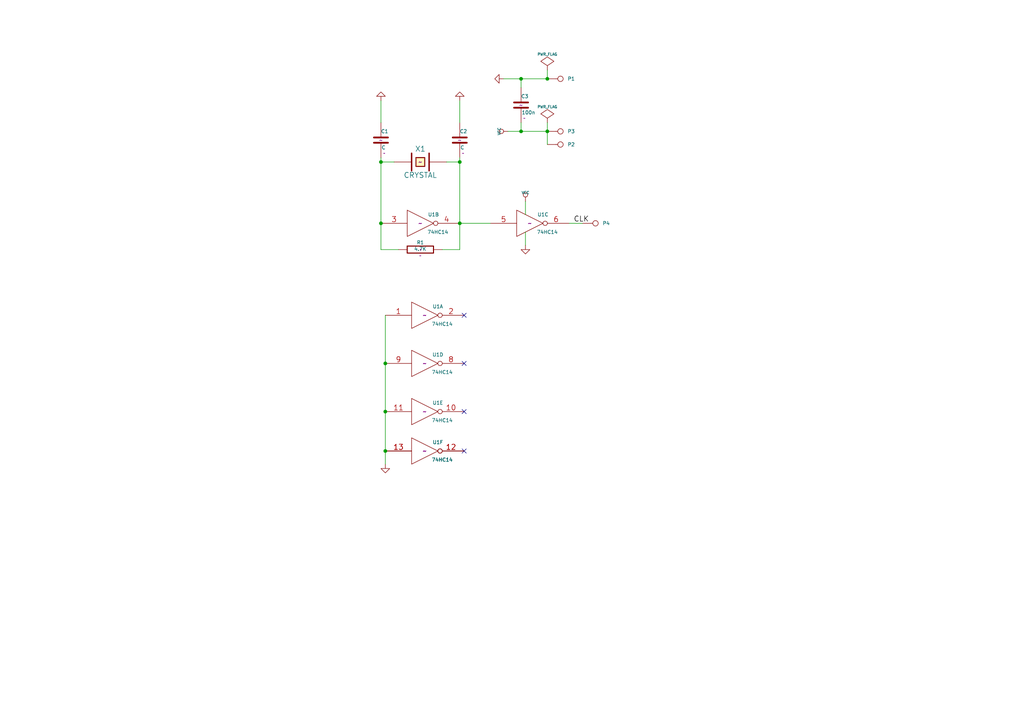
<source format=kicad_sch>
(kicad_sch (version 20211123) (generator eeschema)
  (paper "A4")
  (title_block (title "noname.sch") (date "10 apr 2014"))
  (lib_symbols
    (symbol "clk-command-rescue:74HC14" (pin_names (offset 0.762))
      (property "Reference" "U" (at 3.81 2.54 0))
      (property "Value" "clk-command-rescue_74HC14" (at 5.08 -2.54 0))
      (symbol "74HC14_0_0"
        (polyline (pts (xy -3.81 3.81) (xy -3.81 -3.81) (xy 3.81 0) (xy -3.81 3.81)))
        (pin power_in line (at -1.27 2.54 270) (length 0) hide (name "VCC") (number "14"))
        (pin power_in line (at -1.27 -2.54 90) (length 0) hide (name "GND") (number "7"))
      )
      (symbol "74HC14_1_1"
        (pin input line (at -11.43 0 0) (length 7.62) (name "~") (number "1"))
        (pin output inverted (at 11.43 0 180) (length 7.62) (name "~") (number "2"))
      )
      (symbol "74HC14_1_2"
        (pin input inverted (at -11.43 0 0) (length 7.62) (name "~") (number "1"))
        (pin output line (at 11.43 0 180) (length 7.62) (name "~") (number "2"))
      )
      (symbol "74HC14_2_1"
        (pin input line (at -11.43 0 0) (length 7.62) (name "~") (number "3"))
        (pin output inverted (at 11.43 0 180) (length 7.62) (name "~") (number "4"))
      )
      (symbol "74HC14_2_2"
        (pin input inverted (at -11.43 0 0) (length 7.62) (name "~") (number "3"))
        (pin output line (at 11.43 0 180) (length 7.62) (name "~") (number "4"))
      )
      (symbol "74HC14_3_1"
        (pin input line (at -11.43 0 0) (length 7.62) (name "~") (number "5"))
        (pin output inverted (at 11.43 0 180) (length 7.62) (name "~") (number "6"))
      )
      (symbol "74HC14_3_2"
        (pin input inverted (at -11.43 0 0) (length 7.62) (name "~") (number "5"))
        (pin output line (at 11.43 0 180) (length 7.62) (name "~") (number "6"))
      )
      (symbol "74HC14_4_1"
        (pin output inverted (at 11.43 0 180) (length 7.62) (name "~") (number "8"))
        (pin input line (at -11.43 0 0) (length 7.62) (name "~") (number "9"))
      )
      (symbol "74HC14_4_2"
        (pin output line (at 11.43 0 180) (length 7.62) (name "~") (number "8"))
        (pin input inverted (at -11.43 0 0) (length 7.62) (name "~") (number "9"))
      )
      (symbol "74HC14_5_1"
        (pin output inverted (at 11.43 0 180) (length 7.62) (name "~") (number "10"))
        (pin input line (at -11.43 0 0) (length 7.62) (name "~") (number "11"))
      )
      (symbol "74HC14_5_2"
        (pin output line (at 11.43 0 180) (length 7.62) (name "~") (number "10"))
        (pin input inverted (at -11.43 0 0) (length 7.62) (name "~") (number "11"))
      )
      (symbol "74HC14_6_1"
        (pin output inverted (at 11.43 0 180) (length 7.62) (name "~") (number "12"))
        (pin input line (at -11.43 0 0) (length 7.62) (name "~") (number "13"))
      )
      (symbol "74HC14_6_2"
        (pin output line (at 11.43 0 180) (length 7.62) (name "~") (number "12"))
        (pin input inverted (at -11.43 0 0) (length 7.62) (name "~") (number "13"))
      )
    )
    (symbol "clk-command-rescue:C" (pin_numbers hide) (pin_names (offset 0.254))
      (property "Reference" "C" (at 0 2.54 0))
      (property "Value" "clk-command-rescue_C" (at 0.1524 -2.159 0))
      (symbol "C_0_1"
        (polyline (pts (xy -2.032 -0.762) (xy 2.032 -0.762)) (stroke (width 0.508)))
        (polyline (pts (xy -2.032 0.762) (xy 2.032 0.762)) (stroke (width 0.508)))
      )
      (symbol "C_1_1"
        (pin passive line (at 0 5.08 270) (length 4.318) (name "~") (number "1"))
        (pin passive line (at 0 -5.08 90) (length 4.318) (name "~") (number "2"))
      )
    )
    (symbol "clk-command-rescue:CONN_1" (pin_numbers hide) (pin_names (offset 0.762) hide)
      (property "Reference" "P" (at 2.032 0 0))
      (symbol "CONN_1_0_1"
        (polyline (pts (xy -0.762 0) (xy -1.27 0)))
        (circle (center 0 0) (radius 0.7874))
      )
      (symbol "CONN_1_1_1"
        (pin passive line (at -3.81 0 0) (length 2.54) (name "1") (number "1"))
      )
    )
    (symbol "clk-command-rescue:CRYSTAL" (pin_numbers hide) (pin_names (offset 1.016) hide)
      (property "Reference" "X" (at 0 3.81 0))
      (property "Value" "clk-command-rescue_CRYSTAL" (at 0 -3.81 0))
      (symbol "CRYSTAL_0_1"
        (polyline (pts (xy -2.54 2.54) (xy -2.54 -2.54)) (stroke (width 0.4064)))
        (polyline (pts (xy 2.54 2.54) (xy 2.54 -2.54)) (stroke (width 0.4064)))
        (polyline (pts (xy -1.27 1.27) (xy 1.27 1.27) (xy 1.27 -1.27) (xy -1.27 -1.27) (xy -1.27 1.27)) (stroke (width 0.3048)) (fill (type background)))
      )
      (symbol "CRYSTAL_1_1"
        (pin passive line (at -7.62 0 0) (length 5.08) (name "1") (number "1"))
        (pin passive line (at 7.62 0 180) (length 5.08) (name "2") (number "2"))
      )
    )
    (symbol "clk-command-rescue:GND" (power) (pin_names (offset 0))
      (property "Value" "clk-command-rescue_GND" (at 0 -3.81 0))
      (symbol "GND_0_1"
        (polyline (pts (xy 0 0) (xy 0 -1.27) (xy 1.27 -1.27) (xy 0 -2.54) (xy -1.27 -1.27) (xy 0 -1.27)))
      )
      (symbol "GND_1_1"
        (pin power_in line (at 0 0 270) (length 0) hide (name "GND") (number "1"))
      )
    )
    (symbol "clk-command-rescue:PWR_FLAG" (power) (pin_numbers hide) (pin_names (offset 0) hide)
      (property "Value" "clk-command-rescue_PWR_FLAG" (at 0 4.572 0))
      (symbol "PWR_FLAG_0_0"
        (pin power_out line (at 0 0 90) (length 0) (name "pwr") (number "1"))
      )
      (symbol "PWR_FLAG_0_1"
        (polyline (pts (xy 0 0) (xy 0 1.27) (xy -1.905 2.54) (xy 0 3.81) (xy 1.905 2.54) (xy 0 1.27)))
      )
    )
    (symbol "clk-command-rescue:R" (pin_numbers hide) (pin_names (offset 0))
      (property "Reference" "R" (at 2.032 0 90))
      (property "Value" "clk-command-rescue_R" (at 0.1778 0.0254 90))
      (symbol "R_0_1"
        (rectangle (start -1.016 3.81) (end 1.016 -3.81) (stroke (width 0.3048)))
      )
      (symbol "R_1_1"
        (pin passive line (at 0 6.35 270) (length 2.54) (name "~") (number "1"))
        (pin passive line (at 0 -6.35 90) (length 2.54) (name "~") (number "2"))
      )
    )
    (symbol "clk-command-rescue:VCC" (power) (pin_names (offset 0))
      (property "Value" "clk-command-rescue_VCC" (at 0 3.81 0))
      (symbol "VCC_0_1"
        (polyline (pts (xy 0 0) (xy 0 1.27)))
        (circle (center 0 1.905) (radius 0.635))
      )
      (symbol "VCC_1_1"
        (pin power_in line (at 0 0 90) (length 0) hide (name "VCC") (number "1"))
      )
    )
  )
  (junction (at 111.76 130.81))
  (junction (at 133.35 46.99))
  (junction (at 158.75 22.86))
  (junction (at 111.76 119.38))
  (junction (at 151.13 22.86))
  (junction (at 111.76 105.41))
  (junction (at 110.49 46.99))
  (junction (at 151.13 38.1))
  (junction (at 158.75 38.1))
  (junction (at 133.35 64.77))
  (junction (at 110.49 64.77))
  (no_connect (at 134.62 119.38))
  (no_connect (at 134.62 91.44))
  (no_connect (at 134.62 105.41))
  (no_connect (at 134.62 130.81))
  (wire (pts (xy 165.1 64.77) (xy 168.91 64.77)))
  (wire (pts (xy 151.13 38.1) (xy 158.75 38.1)))
  (wire (pts (xy 133.35 72.39) (xy 128.27 72.39)))
  (wire (pts (xy 110.49 72.39) (xy 115.57 72.39)))
  (wire (pts (xy 151.13 25.4) (xy 151.13 22.86)))
  (wire (pts (xy 110.49 45.72) (xy 110.49 46.99)))
  (wire (pts (xy 147.32 38.1) (xy 151.13 38.1)))
  (wire (pts (xy 152.4 71.12) (xy 152.4 67.31)))
  (wire (pts (xy 111.76 119.38) (xy 111.76 130.81)))
  (wire (pts (xy 133.35 64.77) (xy 133.35 72.39)))
  (wire (pts (xy 133.35 45.72) (xy 133.35 46.99)))
  (wire (pts (xy 158.75 22.86) (xy 158.75 20.32)))
  (wire (pts (xy 158.75 38.1) (xy 158.75 41.91)))
  (wire (pts (xy 110.49 64.77) (xy 110.49 72.39)))
  (wire (pts (xy 111.76 105.41) (xy 111.76 119.38)))
  (wire (pts (xy 158.75 35.56) (xy 158.75 38.1)))
  (wire (pts (xy 111.76 130.81) (xy 111.76 134.62)))
  (wire (pts (xy 111.76 91.44) (xy 111.76 105.41)))
  (wire (pts (xy 151.13 22.86) (xy 158.75 22.86)))
  (wire (pts (xy 110.49 46.99) (xy 110.49 64.77)))
  (wire (pts (xy 110.49 29.21) (xy 110.49 35.56)))
  (wire (pts (xy 129.54 46.99) (xy 133.35 46.99)))
  (wire (pts (xy 146.05 22.86) (xy 151.13 22.86)))
  (wire (pts (xy 114.3 46.99) (xy 110.49 46.99)))
  (wire (pts (xy 133.35 46.99) (xy 133.35 64.77)))
  (wire (pts (xy 133.35 29.21) (xy 133.35 35.56)))
  (wire (pts (xy 133.35 64.77) (xy 142.24 64.77)))
  (wire (pts (xy 151.13 35.56) (xy 151.13 38.1)))
  (wire (pts (xy 152.4 58.42) (xy 152.4 62.23)))
  (label "CLK" (at 166.37 64.77 0) (effects (font (size 1.524 1.524))))
  (symbol (lib_id "clk-command-rescue:74HC14") (at 121.92 64.77 0) (unit 2)
    (property "Reference" "U1" (at 125.73 62.23 0) (effects (font (size 1.016 1.016))))
    (property "Value" "74HC14" (at 127 67.31 0) (effects (font (size 1.016 1.016))))
    (property "Footprint" "~" (at 121.92 64.77 0) (effects (font (size 1.524 1.524))))
    (property "Datasheet" "~" (at 121.92 64.77 0) (effects (font (size 1.524 1.524))))
  )
  (symbol (lib_id "clk-command-rescue:74HC14") (at 153.67 64.77 0) (unit 3)
    (property "Reference" "U1" (at 157.48 62.23 0) (effects (font (size 1.016 1.016))))
    (property "Value" "74HC14" (at 158.75 67.31 0) (effects (font (size 1.016 1.016))))
    (property "Footprint" "~" (at 153.67 64.77 0) (effects (font (size 1.524 1.524))))
    (property "Datasheet" "~" (at 153.67 64.77 0) (effects (font (size 1.524 1.524))))
  )
  (symbol (lib_id "clk-command-rescue:74HC14") (at 123.19 91.44 0) (unit 1)
    (property "Reference" "U1" (at 127 88.9 0) (effects (font (size 1.016 1.016))))
    (property "Value" "74HC14" (at 128.27 93.98 0) (effects (font (size 1.016 1.016))))
    (property "Footprint" "~" (at 123.19 91.44 0) (effects (font (size 1.524 1.524))))
    (property "Datasheet" "~" (at 123.19 91.44 0) (effects (font (size 1.524 1.524))))
  )
  (symbol (lib_id "clk-command-rescue:74HC14") (at 123.19 105.41 0) (unit 4)
    (property "Reference" "U1" (at 127 102.87 0) (effects (font (size 1.016 1.016))))
    (property "Value" "74HC14" (at 128.27 107.95 0) (effects (font (size 1.016 1.016))))
    (property "Footprint" "~" (at 123.19 105.41 0) (effects (font (size 1.524 1.524))))
    (property "Datasheet" "~" (at 123.19 105.41 0) (effects (font (size 1.524 1.524))))
  )
  (symbol (lib_id "clk-command-rescue:74HC14") (at 123.19 119.38 0) (unit 5)
    (property "Reference" "U1" (at 127 116.84 0) (effects (font (size 1.016 1.016))))
    (property "Value" "74HC14" (at 128.27 121.92 0) (effects (font (size 1.016 1.016))))
    (property "Footprint" "~" (at 123.19 119.38 0) (effects (font (size 1.524 1.524))))
    (property "Datasheet" "~" (at 123.19 119.38 0) (effects (font (size 1.524 1.524))))
  )
  (symbol (lib_id "clk-command-rescue:74HC14") (at 123.19 130.81 0) (unit 6)
    (property "Reference" "U1" (at 127 128.27 0) (effects (font (size 1.016 1.016))))
    (property "Value" "74HC14" (at 128.27 133.35 0) (effects (font (size 1.016 1.016))))
    (property "Footprint" "~" (at 123.19 130.81 0) (effects (font (size 1.524 1.524))))
    (property "Datasheet" "~" (at 123.19 130.81 0) (effects (font (size 1.524 1.524))))
  )
  (symbol (lib_id "clk-command-rescue:R") (at 121.92 72.39 90) (unit 1)
    (property "Reference" "R1" (at 121.92 70.358 90) (effects (font (size 1.016 1.016))))
    (property "Value" "4.7K" (at 121.8946 72.2122 90) (effects (font (size 1.016 1.016))))
    (property "Footprint" "~" (at 121.92 74.168 90) (effects (font (size 0.762 0.762))))
    (property "Datasheet" "~" (at 121.92 72.39 0) (effects (font (size 0.762 0.762))))
  )
  (symbol (lib_id "clk-command-rescue:C") (at 133.35 40.64 0) (unit 1)
    (property "Reference" "C2" (at 133.35 38.1 0) (effects (font (size 1.016 1.016)) (justify left)))
    (property "Value" "C" (at 133.5024 42.799 0) (effects (font (size 1.016 1.016)) (justify left)))
    (property "Footprint" "~" (at 134.3152 44.45 0) (effects (font (size 0.762 0.762))))
    (property "Datasheet" "~" (at 133.35 40.64 0) (effects (font (size 1.524 1.524))))
  )
  (symbol (lib_id "clk-command-rescue:C") (at 110.49 40.64 0) (unit 1)
    (property "Reference" "C1" (at 110.49 38.1 0) (effects (font (size 1.016 1.016)) (justify left)))
    (property "Value" "C" (at 110.6424 42.799 0) (effects (font (size 1.016 1.016)) (justify left)))
    (property "Footprint" "~" (at 111.4552 44.45 0) (effects (font (size 0.762 0.762))))
    (property "Datasheet" "~" (at 110.49 40.64 0) (effects (font (size 1.524 1.524))))
  )
  (symbol (lib_id "clk-command-rescue:GND") (at 133.35 29.21 180) (unit 1)
    (property "Reference" "#PWR01" (effects hide))
    (property "Value" "GND" (effects hide))
  )
  (symbol (lib_id "clk-command-rescue:GND") (at 110.49 29.21 180) (unit 1)
    (property "Reference" "#PWR02" (effects hide))
    (property "Value" "GND" (effects hide))
  )
  (symbol (lib_id "clk-command-rescue:CONN_1") (at 162.56 22.86 0) (unit 1)
    (property "Reference" "P1" (at 164.592 22.86 0) (effects (font (size 1.016 1.016)) (justify left)))
    (property "Value" "CONN_1" (effects hide))
  )
  (symbol (lib_id "clk-command-rescue:CONN_1") (at 162.56 41.91 0) (unit 1)
    (property "Reference" "P2" (at 164.592 41.91 0) (effects (font (size 1.016 1.016)) (justify left)))
    (property "Value" "CONN_1" (effects hide))
  )
  (symbol (lib_id "clk-command-rescue:CONN_1") (at 172.72 64.77 0) (unit 1)
    (property "Reference" "P4" (at 174.752 64.77 0) (effects (font (size 1.016 1.016)) (justify left)))
    (property "Value" "CONN_1" (effects hide))
  )
  (symbol (lib_id "clk-command-rescue:GND") (at 146.05 22.86 270) (unit 1)
    (property "Reference" "#PWR03" (effects hide))
    (property "Value" "GND" (effects hide))
  )
  (symbol (lib_id "clk-command-rescue:VCC") (at 147.32 38.1 90) (unit 1)
    (property "Reference" "#PWR04" (effects hide))
    (property "Value" "VCC" (at 144.78 38.1 0) (effects (font (size 0.762 0.762))))
  )
  (symbol (lib_id "clk-command-rescue:CRYSTAL") (at 121.92 46.99 0) (unit 1)
    (property "Reference" "X1" (at 121.92 43.18 0) (effects (font (size 1.524 1.524))))
    (property "Value" "CRYSTAL" (at 121.92 50.8 0) (effects (font (size 1.524 1.524))))
    (property "Footprint" "~" (at 121.92 46.99 0) (effects (font (size 1.524 1.524))))
    (property "Datasheet" "~" (at 121.92 46.99 0) (effects (font (size 1.524 1.524))))
  )
  (symbol (lib_id "clk-command-rescue:GND") (at 152.4 71.12 0) (unit 1)
    (property "Reference" "#PWR05" (effects hide))
    (property "Value" "GND" (effects hide))
  )
  (symbol (lib_id "clk-command-rescue:VCC") (at 152.4 58.42 0) (unit 1)
    (property "Reference" "#PWR06" (effects hide))
    (property "Value" "VCC" (at 152.4 55.88 0) (effects (font (size 0.762 0.762))))
  )
  (symbol (lib_id "clk-command-rescue:PWR_FLAG") (at 158.75 20.32 0) (unit 1)
    (property "Reference" "#FLG07" (effects hide))
    (property "Value" "PWR_FLAG" (at 158.75 15.748 0) (effects (font (size 0.762 0.762))))
  )
  (symbol (lib_id "clk-command-rescue:PWR_FLAG") (at 158.75 35.56 0) (unit 1)
    (property "Reference" "#FLG08" (effects hide))
    (property "Value" "PWR_FLAG" (at 158.75 30.988 0) (effects (font (size 0.762 0.762))))
  )
  (symbol (lib_id "clk-command-rescue:CONN_1") (at 162.56 38.1 0) (unit 1)
    (property "Reference" "P3" (at 164.592 38.1 0) (effects (font (size 1.016 1.016)) (justify left)))
    (property "Value" "CONN_1" (effects hide))
  )
  (symbol (lib_id "clk-command-rescue:GND") (at 111.76 134.62 0) (unit 1)
    (property "Reference" "#PWR09" (effects hide))
    (property "Value" "GND" (effects hide))
  )
  (symbol (lib_id "clk-command-rescue:C") (at 151.13 30.48 0) (unit 1)
    (property "Reference" "C3" (at 151.13 27.94 0) (effects (font (size 1.016 1.016)) (justify left)))
    (property "Value" "100n" (at 151.2824 32.639 0) (effects (font (size 1.016 1.016)) (justify left)))
    (property "Footprint" "~" (at 152.0952 34.29 0) (effects (font (size 0.762 0.762))))
    (property "Datasheet" "~" (at 151.13 30.48 0) (effects (font (size 1.524 1.524))))
  )
)
</source>
